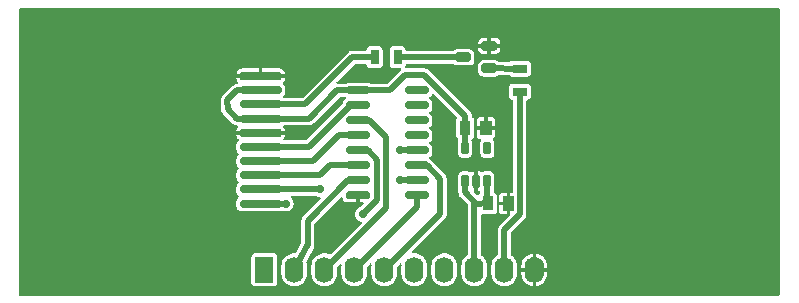
<source format=gbr>
G04 --- HEADER BEGIN --- *
G04 #@! TF.GenerationSoftware,LibrePCB,LibrePCB,1.3.0*
G04 #@! TF.CreationDate,2025-05-07T13:29:34*
G04 #@! TF.ProjectId,2.35" TFT Display Breakout,2d7378a2-86a6-4676-ae60-d25c5b1dbf0f,v1*
G04 #@! TF.Part,Single*
G04 #@! TF.SameCoordinates*
G04 #@! TF.FileFunction,Copper,L1,Top*
G04 #@! TF.FilePolarity,Positive*
%FSLAX66Y66*%
%MOMM*%
G01*
G75*
G04 --- HEADER END --- *
G04 --- APERTURE LIST BEGIN --- *
G04 #@! TA.AperFunction,SMDPad,CuDef*
%AMROUNDEDRECT10*20,1,0.8,-0.45,0.0,0.45,0.0,0.0*20,1,0.4,-0.65,0.0,0.65,0.0,0.0*1,1,0.4,-0.45,0.2*1,1,0.4,0.45,0.2*1,1,0.4,0.45,-0.2*1,1,0.4,-0.45,-0.2*%
%ADD10ROUNDEDRECT10*%
%ADD11R,1.25X0.75*%
%AMROUNDEDRECT12*20,1,0.7,-1.575,0.0,1.575,0.0,0.0*20,1,0.35,-1.75,0.0,1.75,0.0,0.0*1,1,0.35,-1.575,0.175*1,1,0.35,1.575,0.175*1,1,0.35,1.575,-0.175*1,1,0.35,-1.575,-0.175*%
%ADD12ROUNDEDRECT12*%
%ADD13R,0.95X1.25*%
%AMROUNDEDRECT14*20,1,0.6,-0.85,0.0,0.85,0.0,0.0*20,1,0.3,-1.0,0.0,1.0,0.0,0.0*1,1,0.3,-0.85,0.15*1,1,0.3,0.85,0.15*1,1,0.3,0.85,-0.15*1,1,0.3,-0.85,-0.15*%
%ADD14ROUNDEDRECT14*%
%AMROUNDEDRECT15*20,1,0.6,-0.4,0.0,0.4,0.0,90.0*20,1,0.3,-0.55,0.0,0.55,0.0,90.0*1,1,0.3,-0.15,-0.4*1,1,0.3,-0.15,0.4*1,1,0.3,0.15,0.4*1,1,0.3,0.15,-0.4*%
%ADD15ROUNDEDRECT15*%
%ADD16R,0.75X1.25*%
G04 #@! TA.AperFunction,ComponentPad*
%ADD17O,1.587X2.19*%
%ADD18R,1.587X2.19*%
G04 #@! TA.AperFunction,Conductor*
%ADD19C,0.5*%
G04 #@! TA.AperFunction,ViaPad*
%ADD20C,0.7*%
G04 #@! TA.AperFunction,Conductor*
%ADD21C,0.01*%
G04 #@! TD*
G04 --- APERTURE LIST END --- *
G04 --- BOARD BEGIN --- *
D10*
G04 #@! TO.N,GND*
G04 #@! TO.C,Q1*
G04 #@! TO.P,Q1,2,E*
X40100000Y21450000D03*
G04 #@! TO.N,N1*
G04 #@! TO.P,Q1,3,C*
X37900000Y20500000D03*
G04 #@! TO.N,N2*
G04 #@! TO.P,Q1,1,B*
X40100000Y19550000D03*
D11*
G04 #@! TO.N,LED*
G04 #@! TO.C,R2*
G04 #@! TO.P,R2,2,2*
X42700000Y17575000D03*
G04 #@! TO.N,N2*
G04 #@! TO.P,R2,1,1*
X42700000Y19525000D03*
D12*
G04 #@! TO.N,3V3*
G04 #@! TO.C,IC2*
G04 #@! TO.P,IC2,7,VCC*
X20750000Y15300000D03*
G04 #@! TO.N,RST*
G04 #@! TO.P,IC2,4,RES*
X20750000Y11700000D03*
G04 #@! TO.N,LEDK*
G04 #@! TO.P,IC2,8,LEDK*
X20750000Y16500000D03*
G04 #@! TO.N,3V3*
G04 #@! TO.P,IC2,9,LEDA*
X20750000Y17700000D03*
G04 #@! TO.N,GND*
G04 #@! TO.P,IC2,10,GND2*
X20750000Y18900000D03*
G04 #@! TO.N,CS*
G04 #@! TO.P,IC2,5,CS*
X20750000Y12900000D03*
G04 #@! TO.N,SDA*
G04 #@! TO.P,IC2,1,SDA*
X20750000Y8100000D03*
G04 #@! TO.N,DC*
G04 #@! TO.P,IC2,3,D/C*
X20750000Y10500000D03*
G04 #@! TO.N,GND*
G04 #@! TO.P,IC2,6,GND*
X20750000Y14100000D03*
G04 #@! TO.N,SCL*
G04 #@! TO.P,IC2,2,SCL*
X20750000Y9300000D03*
D13*
G04 #@! TO.N,5V*
G04 #@! TO.C,C1*
G04 #@! TO.P,C1,1,1*
X39974000Y8113000D03*
G04 #@! TO.N,GND*
G04 #@! TO.P,C1,2,2*
X41724000Y8113000D03*
D14*
G04 #@! TO.N,RST*
G04 #@! TO.C,U1*
G04 #@! TO.P,U1,4,2Y*
X29000000Y13885000D03*
G04 #@! TO.N,SDA*
G04 #@! TO.P,U1,12,5Y*
X34000000Y12615000D03*
G04 #@! TO.N,DC_5V*
G04 #@! TO.P,U1,7,3A*
X29000000Y10075000D03*
G04 #@! TO.N,GND*
G04 #@! TO.P,U1,8,GND*
X29000000Y8805000D03*
G04 #@! TO.N,N/C*
G04 #@! TO.P,U1,14,6A*
X34000000Y15155000D03*
G04 #@! TO.N,3V3*
G04 #@! TO.P,U1,1,VCC*
X29000000Y17695000D03*
G04 #@! TO.N,CS*
G04 #@! TO.P,U1,2,1Y*
X29000000Y16425000D03*
G04 #@! TO.N,N/C*
G04 #@! TO.P,U1,16*
X34000000Y17695000D03*
G04 #@! TO.N,RST_5V*
G04 #@! TO.P,U1,5,2A*
X29000000Y12615000D03*
G04 #@! TO.N,N/C*
G04 #@! TO.P,U1,15,6Y*
X34000000Y16425000D03*
G04 #@! TO.N,SCL*
G04 #@! TO.P,U1,10,4Y*
X34000000Y10075000D03*
G04 #@! TO.N,N/C*
G04 #@! TO.P,U1,13*
X34000000Y13885000D03*
G04 #@! TO.N,SDA_5V*
G04 #@! TO.P,U1,11,5A*
X34000000Y11345000D03*
G04 #@! TO.N,SCL_5V*
G04 #@! TO.P,U1,9,4A*
X34000000Y8805000D03*
G04 #@! TO.N,DC*
G04 #@! TO.P,U1,6,3Y*
X29000000Y11345000D03*
G04 #@! TO.N,CS_5V*
G04 #@! TO.P,U1,3,1A*
X29000000Y15155000D03*
D15*
G04 #@! TO.N,3V3*
G04 #@! TO.C,IC1*
G04 #@! TO.P,IC1,5,OUT*
X38050000Y12800000D03*
G04 #@! TO.N,5V*
G04 #@! TO.P,IC1,3,EN*
X39950000Y10000000D03*
G04 #@! TO.N,GND*
G04 #@! TO.P,IC1,2,GND*
X39000000Y10000000D03*
G04 #@! TO.N,5V*
G04 #@! TO.P,IC1,1,VIN*
X38050000Y10000000D03*
G04 #@! TO.N,N/C*
G04 #@! TO.P,IC1,4,BP*
X39950000Y12800000D03*
D16*
G04 #@! TO.N,N1*
G04 #@! TO.C,R1*
G04 #@! TO.P,R1,2,2*
X32350000Y20500000D03*
G04 #@! TO.N,LEDK*
G04 #@! TO.P,R1,1,1*
X30400000Y20500000D03*
D13*
G04 #@! TO.N,3V3*
G04 #@! TO.C,C2*
G04 #@! TO.P,C2,1,1*
X38075000Y14500000D03*
G04 #@! TO.N,GND*
G04 #@! TO.P,C2,2,2*
X39825000Y14500000D03*
D17*
G04 #@! TO.N,LED*
G04 #@! TO.C,J1*
G04 #@! TO.P,J1,9,9*
X41390000Y2500000D03*
G04 #@! TO.N,DC_5V*
G04 #@! TO.P,J1,2,2*
X23610000Y2500000D03*
D18*
G04 #@! TO.N,RST_5V*
G04 #@! TO.P,J1,1,1*
X21070000Y2500000D03*
D17*
G04 #@! TO.N,N/C*
G04 #@! TO.P,J1,7,7*
X36310000Y2500000D03*
G04 #@! TO.N,GND*
G04 #@! TO.P,J1,10,10*
X43930000Y2500000D03*
G04 #@! TO.N,5V*
G04 #@! TO.P,J1,8,8*
X38850000Y2500000D03*
G04 #@! TO.N,N/C*
G04 #@! TO.P,J1,6,6*
X33770000Y2500000D03*
G04 #@! TO.N,CS_5V*
G04 #@! TO.P,J1,3,3*
X26150000Y2500000D03*
G04 #@! TO.N,SCL_5V*
G04 #@! TO.P,J1,4,4*
X28690000Y2500000D03*
G04 #@! TO.N,SDA_5V*
G04 #@! TO.P,J1,5,5*
X31230000Y2500000D03*
D19*
G04 #@! TD.C*
G04 #@! TD.P*
G04 #@! TO.N,3V3*
X20750000Y17700000D02*
X20750000Y17700000D01*
X29000000Y17700000D02*
X29000000Y17695000D01*
X20750000Y15300000D02*
X24850000Y15300000D01*
X38075000Y15525000D02*
X34600000Y19000000D01*
X29000000Y17700000D02*
X31700000Y17700000D01*
X20750000Y17700000D02*
X18760000Y17700000D01*
X27250000Y17700000D02*
X29000000Y17700000D01*
X33000000Y19000000D02*
X34600000Y19000000D01*
X31700000Y17700000D02*
X33000000Y19000000D01*
X38050000Y14475000D02*
X38075000Y14500000D01*
X38050000Y12800000D02*
X38050000Y14475000D01*
X18750000Y15300000D02*
X20740000Y15300000D01*
X18760000Y17700000D02*
X17930000Y16870000D01*
X17930000Y16870000D02*
X17950000Y16090000D01*
X20750000Y15300000D02*
X20740000Y15300000D01*
X38075000Y14500000D02*
X38075000Y15525000D01*
X24850000Y15300000D02*
X27250000Y17700000D01*
X17950000Y16090000D02*
X18750000Y15300000D01*
G04 #@! TO.N,LED*
X42700000Y17575000D02*
X42700000Y7200000D01*
X41390000Y2500000D02*
X41390000Y5890000D01*
X41390000Y5890000D02*
X42700000Y7200000D01*
G04 #@! TO.N,N2*
X42700000Y19525000D02*
X40100000Y19550000D01*
G04 #@! TO.N,LEDK*
X30400000Y20500000D02*
X28500000Y20500000D01*
X28500000Y20500000D02*
X24500000Y16500000D01*
X24500000Y16500000D02*
X20750000Y16500000D01*
D20*
G04 #@! TO.N,SDA*
X22900000Y8100000D03*
X32550000Y12600000D03*
D19*
X22900000Y8100000D02*
X20750000Y8100000D01*
X34000000Y12615000D02*
X32550000Y12600000D01*
G04 #@! TO.N,RST*
X25200000Y11700000D02*
X20750000Y11700000D01*
X25200000Y11700000D02*
X27385000Y13885000D01*
X27385000Y13885000D02*
X29000000Y13885000D01*
G04 #@! TO.N,SDA_5V*
X31230000Y2500000D02*
X35950000Y7220000D01*
X35950000Y7220000D02*
X35950000Y10200000D01*
X35950000Y10200000D02*
X34805000Y11345000D01*
X34805000Y11345000D02*
X34000000Y11345000D01*
D20*
G04 #@! TO.N,RST_5V*
X29400000Y7200000D03*
D19*
X30600000Y8400000D02*
X30600000Y11800000D01*
X29400000Y7200000D02*
X30600000Y8400000D01*
X30600000Y11800000D02*
X29835000Y12615000D01*
X29835000Y12615000D02*
X29000000Y12615000D01*
G04 #@! TO.N,N1*
X37900000Y20500000D02*
X32350000Y20500000D01*
G04 #@! TO.N,SCL_5V*
X34000000Y7810000D02*
X34000000Y8805000D01*
X28690000Y2500000D02*
X34000000Y7810000D01*
G04 #@! TO.N,CS_5V*
X29945000Y15155000D02*
X29000000Y15155000D01*
X31400000Y7700000D02*
X31400000Y13750000D01*
X26150000Y2500000D02*
X31400000Y7700000D01*
X31400000Y13750000D02*
X29945000Y15155000D01*
G04 #@! TO.N,DC_5V*
X28175000Y10075000D02*
X29000000Y10075000D01*
X24750000Y6650000D02*
X28175000Y10075000D01*
X24750000Y4640000D02*
X24750000Y6650000D01*
X23610000Y2500000D02*
X24750000Y4640000D01*
D20*
G04 #@! TO.N,SCL*
X25800000Y9300000D03*
X32550000Y10100000D03*
D19*
X33975000Y10100000D02*
X32550000Y10100000D01*
X25800000Y9300000D02*
X20750000Y9300000D01*
X34000000Y10075000D02*
X33975000Y10100000D01*
G04 #@! TO.N,DC*
X25800000Y10500000D02*
X26650000Y11350000D01*
X26650000Y11350000D02*
X29000000Y11345000D01*
X20750000Y10500000D02*
X25800000Y10500000D01*
G04 #@! TO.N,CS*
X28375000Y16425000D02*
X29000000Y16425000D01*
X24850000Y12900000D02*
X28375000Y16425000D01*
X20750000Y12900000D02*
X24850000Y12900000D01*
G04 #@! TO.N,5V*
X39950000Y10000000D02*
X39950000Y8111000D01*
X39974000Y8113000D02*
X39000000Y8100000D01*
X39950000Y8111000D02*
X39974000Y8113000D01*
X38050000Y9050000D02*
X39000000Y8100000D01*
X38850000Y7950000D02*
X39000000Y8100000D01*
X38050000Y10000000D02*
X38050000Y9050000D01*
X38850000Y2500000D02*
X38850000Y7950000D01*
D21*
G04 #@! TA.AperFunction,Conductor*
G04 #@! TO.N,GND*
G36*
X300000Y399999D02*
X319500Y340672D01*
X399999Y300000D01*
X20280431Y300000D01*
X20280431Y1105000D01*
X20272618Y1105615D01*
X20191569Y1118452D01*
X20176782Y1123256D01*
X20107174Y1158723D01*
X20094601Y1167858D01*
X20039358Y1223101D01*
X20030223Y1235674D01*
X19994756Y1305282D01*
X19989952Y1320069D01*
X19977115Y1401118D01*
X19976500Y1408931D01*
X19976500Y3591069D01*
X19977115Y3598882D01*
X19989952Y3679931D01*
X19994756Y3694718D01*
X20030223Y3764326D01*
X20039358Y3776899D01*
X20094601Y3832142D01*
X20107174Y3841277D01*
X20176782Y3876744D01*
X20191569Y3881548D01*
X20272618Y3894385D01*
X20280431Y3895000D01*
X21859569Y3895000D01*
X21867382Y3894385D01*
X21948431Y3881548D01*
X21963218Y3876744D01*
X22032826Y3841277D01*
X22045399Y3832142D01*
X22100642Y3776899D01*
X22109777Y3764326D01*
X22145244Y3694718D01*
X22150048Y3679931D01*
X22162885Y3598882D01*
X22163500Y3591069D01*
X22163500Y1408931D01*
X22162885Y1401118D01*
X22150048Y1320069D01*
X22145244Y1305282D01*
X22109777Y1235674D01*
X22100642Y1223101D01*
X22045399Y1167858D01*
X22032826Y1158723D01*
X21963218Y1123256D01*
X21948431Y1118452D01*
X21867382Y1105615D01*
X21859569Y1105000D01*
X20280431Y1105000D01*
X20280431Y300000D01*
X23513726Y300000D01*
X23513726Y1109665D01*
X23504561Y1110514D01*
X23315301Y1145893D01*
X23306433Y1148417D01*
X23126891Y1217971D01*
X23118661Y1222069D01*
X22954947Y1323436D01*
X22947603Y1328982D01*
X22805316Y1458695D01*
X22799104Y1465508D01*
X22683074Y1619157D01*
X22678226Y1626987D01*
X22592406Y1799337D01*
X22589076Y1807931D01*
X22536384Y1993126D01*
X22534692Y2002175D01*
X22516714Y2196195D01*
X22516500Y2200811D01*
X22516500Y2799189D01*
X22516714Y2803805D01*
X22534692Y2997825D01*
X22536384Y3006874D01*
X22589076Y3192069D01*
X22592406Y3200663D01*
X22678226Y3373013D01*
X22683074Y3380843D01*
X22799104Y3534492D01*
X22805316Y3541305D01*
X22947603Y3671018D01*
X22954947Y3676564D01*
X23118661Y3777931D01*
X23126891Y3782029D01*
X23306433Y3851583D01*
X23315301Y3854107D01*
X23504561Y3889486D01*
X23513726Y3890335D01*
X23667441Y3890335D01*
X23726768Y3909835D01*
X23755698Y3943318D01*
X24188258Y4755317D01*
X24200000Y4802333D01*
X24200000Y6646719D01*
X24200429Y6653256D01*
X24217885Y6785850D01*
X24221249Y6798406D01*
X24271178Y6918945D01*
X24277676Y6930200D01*
X24356933Y7033490D01*
X24361362Y7037871D01*
X24362735Y7040552D01*
X25806213Y8484030D01*
X25834375Y8539769D01*
X25823977Y8601347D01*
X25779073Y8644748D01*
X25735503Y8654739D01*
X25727703Y8654739D01*
X25715774Y8656188D01*
X25575385Y8690790D01*
X25564149Y8695051D01*
X25481276Y8738546D01*
X25434804Y8750000D01*
X23403042Y8750000D01*
X23343715Y8730500D01*
X23307526Y8679605D01*
X23308588Y8617164D01*
X23336730Y8575151D01*
X23382006Y8535040D01*
X23389966Y8526055D01*
X23472112Y8407045D01*
X23477690Y8396417D01*
X23528969Y8261207D01*
X23531841Y8249554D01*
X23549271Y8106004D01*
X23549271Y8093996D01*
X23531841Y7950446D01*
X23528969Y7938793D01*
X23477690Y7803583D01*
X23472112Y7792955D01*
X23389966Y7673945D01*
X23382006Y7664960D01*
X23273770Y7569072D01*
X23263887Y7562249D01*
X23135851Y7495051D01*
X23124615Y7490790D01*
X22984226Y7456188D01*
X22972297Y7454739D01*
X22827703Y7454739D01*
X22815774Y7456188D01*
X22675385Y7490790D01*
X22664146Y7495052D01*
X22640990Y7507206D01*
X22556249Y7511049D01*
X22453992Y7468692D01*
X22441445Y7465330D01*
X22328239Y7450426D01*
X22321730Y7450000D01*
X19178270Y7450000D01*
X19171761Y7450426D01*
X19058555Y7465330D01*
X19046008Y7468692D01*
X18943555Y7511130D01*
X18932300Y7517628D01*
X18844324Y7585134D01*
X18835134Y7594324D01*
X18767628Y7682300D01*
X18761130Y7693555D01*
X18718692Y7796008D01*
X18715330Y7808555D01*
X18700426Y7921761D01*
X18700000Y7928270D01*
X18700000Y8271730D01*
X18700426Y8278239D01*
X18715330Y8391445D01*
X18718692Y8403992D01*
X18761130Y8506445D01*
X18767628Y8517700D01*
X18835134Y8605676D01*
X18844326Y8614868D01*
X18851882Y8620666D01*
X18887078Y8672253D01*
X18884806Y8734661D01*
X18851882Y8779334D01*
X18844326Y8785132D01*
X18835134Y8794324D01*
X18767628Y8882300D01*
X18761130Y8893555D01*
X18718692Y8996008D01*
X18715330Y9008555D01*
X18700426Y9121761D01*
X18700000Y9128270D01*
X18700000Y9471730D01*
X18700426Y9478239D01*
X18715330Y9591445D01*
X18718692Y9603992D01*
X18761130Y9706445D01*
X18767628Y9717700D01*
X18835134Y9805676D01*
X18844326Y9814868D01*
X18851882Y9820666D01*
X18887078Y9872253D01*
X18884806Y9934661D01*
X18851882Y9979334D01*
X18844326Y9985132D01*
X18835134Y9994324D01*
X18767628Y10082300D01*
X18761130Y10093555D01*
X18718692Y10196008D01*
X18715330Y10208555D01*
X18700426Y10321761D01*
X18700000Y10328270D01*
X18700000Y10671730D01*
X18700426Y10678239D01*
X18715330Y10791445D01*
X18718692Y10803992D01*
X18761130Y10906445D01*
X18767628Y10917700D01*
X18835134Y11005676D01*
X18844326Y11014868D01*
X18851882Y11020666D01*
X18887078Y11072253D01*
X18884806Y11134661D01*
X18851882Y11179334D01*
X18844326Y11185132D01*
X18835134Y11194324D01*
X18767628Y11282300D01*
X18761130Y11293555D01*
X18718692Y11396008D01*
X18715330Y11408555D01*
X18700426Y11521761D01*
X18700000Y11528270D01*
X18700000Y11871730D01*
X18700426Y11878239D01*
X18715330Y11991445D01*
X18718692Y12003992D01*
X18761130Y12106445D01*
X18767628Y12117700D01*
X18835134Y12205676D01*
X18844326Y12214868D01*
X18851882Y12220666D01*
X18887078Y12272253D01*
X18884806Y12334661D01*
X18851882Y12379334D01*
X18844326Y12385132D01*
X18835134Y12394324D01*
X18767628Y12482300D01*
X18761130Y12493555D01*
X18718692Y12596008D01*
X18715330Y12608555D01*
X18700426Y12721761D01*
X18700000Y12728270D01*
X18700000Y13071730D01*
X18700426Y13078239D01*
X18715330Y13191445D01*
X18718692Y13203992D01*
X18761130Y13306445D01*
X18767628Y13317700D01*
X18835134Y13405676D01*
X18844326Y13414868D01*
X18851882Y13420666D01*
X18887078Y13472253D01*
X18884806Y13534661D01*
X18851882Y13579334D01*
X18844326Y13585132D01*
X18835134Y13594324D01*
X18767628Y13682300D01*
X18761130Y13693555D01*
X18718692Y13796008D01*
X18715330Y13808555D01*
X18700426Y13921761D01*
X18700000Y13928270D01*
X18700000Y13933982D01*
X18701566Y13938747D01*
X18723828Y13949995D01*
X19000000Y13949995D01*
X19000000Y13925000D01*
X19013321Y13858030D01*
X19051256Y13801256D01*
X19108030Y13763321D01*
X19175000Y13750000D01*
X22325000Y13750000D01*
X22391970Y13763321D01*
X22448744Y13801256D01*
X22486679Y13858030D01*
X22500000Y13925000D01*
X22500000Y13949995D01*
X22783987Y13949995D01*
X22788752Y13948429D01*
X22799878Y13926408D01*
X22799574Y13921761D01*
X22784670Y13808555D01*
X22781308Y13796008D01*
X22738870Y13693555D01*
X22732372Y13682300D01*
X22677565Y13610874D01*
X22656920Y13551936D01*
X22675267Y13492242D01*
X22725451Y13455074D01*
X22756900Y13450000D01*
X24580762Y13450000D01*
X24651472Y13479289D01*
X27670711Y16498528D01*
X27699682Y16568470D01*
X27699786Y16568463D01*
X27699806Y16568770D01*
X27700000Y16569238D01*
X27700000Y16571730D01*
X27700426Y16578239D01*
X27714478Y16684977D01*
X27717839Y16697519D01*
X27757781Y16793946D01*
X27764279Y16805200D01*
X27827812Y16887998D01*
X27837002Y16897188D01*
X27919800Y16960721D01*
X27924440Y16963400D01*
X27966068Y17009952D01*
X27971960Y17072123D01*
X27939819Y17125666D01*
X27874439Y17150000D01*
X27519239Y17150000D01*
X27448529Y17120711D01*
X25241222Y14913404D01*
X25236313Y14909099D01*
X25130200Y14827676D01*
X25118946Y14821178D01*
X24998401Y14771246D01*
X24985859Y14767885D01*
X24853239Y14750426D01*
X24846730Y14750000D01*
X22756900Y14750000D01*
X22697573Y14730500D01*
X22661384Y14679605D01*
X22662446Y14617164D01*
X22677565Y14589126D01*
X22732372Y14517700D01*
X22738870Y14506445D01*
X22781308Y14403992D01*
X22784670Y14391445D01*
X22799574Y14278239D01*
X22800000Y14271730D01*
X22800000Y14266018D01*
X22798434Y14261253D01*
X22776172Y14250005D01*
X22500000Y14250005D01*
X22500000Y14275000D01*
X22486679Y14341970D01*
X22448744Y14398744D01*
X22391970Y14436679D01*
X22325000Y14450000D01*
X19175000Y14450000D01*
X19108030Y14436679D01*
X19051256Y14398744D01*
X19013321Y14341970D01*
X19000000Y14275000D01*
X19000000Y14250005D01*
X18716013Y14250005D01*
X18711248Y14251571D01*
X18700122Y14273592D01*
X18700426Y14278239D01*
X18715330Y14391445D01*
X18718692Y14403992D01*
X18761130Y14506445D01*
X18767628Y14517700D01*
X18822765Y14589556D01*
X18843410Y14648494D01*
X18825063Y14708188D01*
X18749973Y14750216D01*
X18746745Y14750428D01*
X18680842Y14759104D01*
X18680218Y14759185D01*
X18617148Y14767085D01*
X18609956Y14769011D01*
X18609380Y14769163D01*
X18601929Y14771111D01*
X18543332Y14795382D01*
X18542751Y14795621D01*
X18483736Y14819632D01*
X18477224Y14823391D01*
X18476695Y14823695D01*
X18470084Y14827457D01*
X18419532Y14866247D01*
X18419032Y14866628D01*
X18366154Y14906677D01*
X18361216Y14910953D01*
X17565875Y15696352D01*
X17561537Y15701236D01*
X17523304Y15750418D01*
X17522103Y15751932D01*
X17485015Y15797784D01*
X17482489Y15801911D01*
X17481473Y15803380D01*
X17479341Y15807020D01*
X17478348Y15808677D01*
X17476144Y15812278D01*
X17475323Y15813878D01*
X17472877Y15818053D01*
X17449965Y15872397D01*
X17449197Y15874171D01*
X17425227Y15928088D01*
X17423856Y15932727D01*
X17423246Y15934433D01*
X17422130Y15938497D01*
X17421601Y15940351D01*
X17420415Y15944364D01*
X17420034Y15946131D01*
X17418750Y15950805D01*
X17410685Y16009226D01*
X17410402Y16011139D01*
X17400691Y16072667D01*
X17400097Y16079172D01*
X17380265Y16852627D01*
X17380655Y16862427D01*
X17380587Y16862430D01*
X17380856Y16867557D01*
X17380857Y16876501D01*
X17388285Y16932923D01*
X17388588Y16935469D01*
X17394579Y16992169D01*
X17396671Y17000863D01*
X17396947Y17002352D01*
X17397416Y17004101D01*
X17398048Y17006586D01*
X17398467Y17008328D01*
X17398931Y17009755D01*
X17401250Y17018406D01*
X17423047Y17071029D01*
X17423997Y17073409D01*
X17444441Y17126579D01*
X17448716Y17134443D01*
X17449360Y17135794D01*
X17450256Y17137345D01*
X17451507Y17139579D01*
X17452380Y17141184D01*
X17453210Y17142462D01*
X17457678Y17150201D01*
X17492340Y17195374D01*
X17493874Y17197427D01*
X17527397Y17243514D01*
X17533558Y17250000D01*
X17536890Y17253899D01*
X17536943Y17253853D01*
X17543407Y17261224D01*
X18370172Y18087989D01*
X18372129Y18088638D01*
X18376510Y18093067D01*
X18479800Y18172324D01*
X18491055Y18178822D01*
X18568440Y18210876D01*
X18611594Y18228751D01*
X18624147Y18232114D01*
X18757102Y18249619D01*
X18813376Y18276696D01*
X18842613Y18331879D01*
X18823384Y18409637D01*
X18767628Y18482300D01*
X18761130Y18493555D01*
X18718692Y18596008D01*
X18715330Y18608555D01*
X18700426Y18721761D01*
X18700000Y18728270D01*
X18700000Y18733982D01*
X18701566Y18738747D01*
X18716013Y18746046D01*
X18716013Y19050005D01*
X18711248Y19051571D01*
X18700122Y19073592D01*
X18700426Y19078239D01*
X18715330Y19191445D01*
X18718692Y19203992D01*
X18761130Y19306445D01*
X18767628Y19317700D01*
X18835134Y19405676D01*
X18844324Y19414866D01*
X18932300Y19482372D01*
X18943555Y19488870D01*
X19046008Y19531308D01*
X19058555Y19534670D01*
X19171761Y19549574D01*
X19178270Y19550000D01*
X20583982Y19550000D01*
X20588747Y19548434D01*
X20599995Y19526172D01*
X20599995Y19250000D01*
X19175000Y19250000D01*
X19108030Y19236679D01*
X19051256Y19198744D01*
X19013321Y19141970D01*
X19000000Y19075000D01*
X19000000Y19050005D01*
X18716013Y19050005D01*
X18716013Y18746046D01*
X18723828Y18749995D01*
X19000000Y18749995D01*
X19000000Y18725000D01*
X19013321Y18658030D01*
X19051256Y18601256D01*
X19108030Y18563321D01*
X19175000Y18550000D01*
X22325000Y18550000D01*
X22391970Y18563321D01*
X22448744Y18601256D01*
X22486679Y18658030D01*
X22500000Y18725000D01*
X22500000Y18749995D01*
X22500000Y19050005D01*
X22500000Y19075000D01*
X22486679Y19141970D01*
X22448744Y19198744D01*
X22391970Y19236679D01*
X22325000Y19250000D01*
X20900005Y19250000D01*
X20900005Y19533987D01*
X20901571Y19538752D01*
X20923833Y19550000D01*
X22321730Y19550000D01*
X22328239Y19549574D01*
X22441445Y19534670D01*
X22453992Y19531308D01*
X22556445Y19488870D01*
X22567700Y19482372D01*
X22655676Y19414866D01*
X22664866Y19405676D01*
X22732372Y19317700D01*
X22738870Y19306445D01*
X22781308Y19203992D01*
X22784670Y19191445D01*
X22799574Y19078239D01*
X22800000Y19071730D01*
X22800000Y19066018D01*
X22798434Y19061253D01*
X22776172Y19050005D01*
X22500000Y19050005D01*
X22500000Y18749995D01*
X22783987Y18749995D01*
X22788752Y18748429D01*
X22799878Y18726408D01*
X22799574Y18721761D01*
X22784670Y18608555D01*
X22781308Y18596008D01*
X22738870Y18493555D01*
X22732372Y18482300D01*
X22664866Y18394324D01*
X22655674Y18385132D01*
X22648118Y18379334D01*
X22612922Y18327747D01*
X22615194Y18265339D01*
X22648118Y18220666D01*
X22655674Y18214868D01*
X22664866Y18205676D01*
X22732372Y18117700D01*
X22738870Y18106445D01*
X22781308Y18003992D01*
X22784670Y17991445D01*
X22799574Y17878239D01*
X22800000Y17871730D01*
X22800000Y17528270D01*
X22799574Y17521761D01*
X22784670Y17408555D01*
X22781308Y17396008D01*
X22738870Y17293555D01*
X22732372Y17282300D01*
X22677565Y17210874D01*
X22656920Y17151936D01*
X22675267Y17092242D01*
X22725451Y17055074D01*
X22756900Y17050000D01*
X24230761Y17050000D01*
X24301471Y17079289D01*
X28108778Y20886596D01*
X28113687Y20890901D01*
X28219800Y20972324D01*
X28231054Y20978822D01*
X28351599Y21028754D01*
X28364141Y21032115D01*
X28496761Y21049574D01*
X28503270Y21050000D01*
X29627714Y21050000D01*
X29687041Y21069500D01*
X29726482Y21134356D01*
X29738452Y21209931D01*
X29743256Y21224718D01*
X29778723Y21294326D01*
X29787858Y21306899D01*
X29843101Y21362142D01*
X29855674Y21371277D01*
X29925282Y21406744D01*
X29940069Y21411548D01*
X30021118Y21424385D01*
X30028931Y21425000D01*
X30771069Y21425000D01*
X30778882Y21424385D01*
X30859931Y21411548D01*
X30874718Y21406744D01*
X30944326Y21371277D01*
X30956899Y21362142D01*
X31012142Y21306899D01*
X31021277Y21294326D01*
X31056744Y21224718D01*
X31061548Y21209931D01*
X31074385Y21128882D01*
X31075000Y21121069D01*
X31075000Y19878931D01*
X31074385Y19871118D01*
X31061548Y19790069D01*
X31056744Y19775282D01*
X31021277Y19705674D01*
X31012142Y19693101D01*
X30956899Y19637858D01*
X30944326Y19628723D01*
X30874718Y19593256D01*
X30859931Y19588452D01*
X30778882Y19575615D01*
X30771069Y19575000D01*
X30028931Y19575000D01*
X30021118Y19575615D01*
X29940069Y19588452D01*
X29925282Y19593256D01*
X29855674Y19628723D01*
X29843101Y19637858D01*
X29787858Y19693101D01*
X29778723Y19705674D01*
X29743256Y19775282D01*
X29738452Y19790069D01*
X29726482Y19865644D01*
X29697941Y19921190D01*
X29627714Y19950000D01*
X28769239Y19950000D01*
X28698529Y19920711D01*
X27198527Y18420709D01*
X27170365Y18364970D01*
X27180763Y18303392D01*
X27225667Y18259991D01*
X27269237Y18250000D01*
X27942018Y18250000D01*
X27980287Y18257612D01*
X28027482Y18277161D01*
X28040023Y18280522D01*
X28146761Y18294574D01*
X28153270Y18295000D01*
X29846730Y18295000D01*
X29853239Y18294574D01*
X29959977Y18280522D01*
X29972518Y18277161D01*
X30019713Y18257612D01*
X30057982Y18250000D01*
X31430762Y18250000D01*
X31501472Y18279289D01*
X32610172Y19387989D01*
X32612129Y19388638D01*
X32616510Y19393067D01*
X32619897Y19395666D01*
X32655094Y19447252D01*
X32652822Y19509661D01*
X32613968Y19558552D01*
X32559022Y19575000D01*
X31978931Y19575000D01*
X31971118Y19575615D01*
X31890069Y19588452D01*
X31875282Y19593256D01*
X31805674Y19628723D01*
X31793101Y19637858D01*
X31737858Y19693101D01*
X31728723Y19705674D01*
X31693256Y19775282D01*
X31688452Y19790069D01*
X31675615Y19871118D01*
X31675000Y19878931D01*
X31675000Y21121069D01*
X31675615Y21128882D01*
X31688452Y21209931D01*
X31693256Y21224718D01*
X31728723Y21294326D01*
X31737858Y21306899D01*
X31793101Y21362142D01*
X31805674Y21371277D01*
X31875282Y21406744D01*
X31890069Y21411548D01*
X31971118Y21424385D01*
X31978931Y21425000D01*
X32721069Y21425000D01*
X32728882Y21424385D01*
X32809931Y21411548D01*
X32824718Y21406744D01*
X32894326Y21371277D01*
X32906899Y21362142D01*
X32962142Y21306899D01*
X32971277Y21294326D01*
X33006744Y21224718D01*
X33011548Y21209931D01*
X33023518Y21134356D01*
X33052059Y21078810D01*
X33122286Y21050000D01*
X37057872Y21050000D01*
X37118748Y21070665D01*
X37194801Y21129024D01*
X37206053Y21135520D01*
X37314537Y21180456D01*
X37327084Y21183818D01*
X37446761Y21199574D01*
X37453270Y21200000D01*
X38346730Y21200000D01*
X38353239Y21199574D01*
X38472916Y21183818D01*
X38485463Y21180456D01*
X38593947Y21135520D01*
X38605199Y21129024D01*
X38698352Y21057544D01*
X38707544Y21048352D01*
X38779024Y20955199D01*
X38785520Y20943947D01*
X38830456Y20835463D01*
X38833818Y20822916D01*
X38849574Y20703239D01*
X38850000Y20696730D01*
X38850000Y20303270D01*
X38849574Y20296761D01*
X38833818Y20177084D01*
X38830456Y20164537D01*
X38785520Y20056053D01*
X38779024Y20044801D01*
X38707544Y19951648D01*
X38698352Y19942456D01*
X38605199Y19870976D01*
X38593947Y19864480D01*
X38485463Y19819544D01*
X38472916Y19816182D01*
X38353239Y19800426D01*
X38346730Y19800000D01*
X37453270Y19800000D01*
X37446761Y19800426D01*
X37327084Y19816182D01*
X37314537Y19819544D01*
X37206053Y19864480D01*
X37194801Y19870976D01*
X37118748Y19929335D01*
X37057872Y19950000D01*
X33122286Y19950000D01*
X33062959Y19930500D01*
X33023518Y19865644D01*
X33011548Y19790069D01*
X33006744Y19775282D01*
X32967705Y19698664D01*
X32969921Y19697535D01*
X32954434Y19649326D01*
X32974333Y19590132D01*
X33054431Y19550000D01*
X34596730Y19550000D01*
X34603239Y19549574D01*
X34735859Y19532115D01*
X34748401Y19528754D01*
X34868946Y19478822D01*
X34880200Y19472324D01*
X34986313Y19390901D01*
X34991222Y19386596D01*
X38461596Y15916222D01*
X38465901Y15911313D01*
X38547324Y15805200D01*
X38553822Y15793946D01*
X38603754Y15673401D01*
X38607115Y15660859D01*
X38624574Y15528239D01*
X38625000Y15521730D01*
X38625000Y15480618D01*
X38644500Y15421291D01*
X38679600Y15391518D01*
X38719328Y15371275D01*
X38731899Y15362142D01*
X38787142Y15306899D01*
X38796277Y15294326D01*
X38831744Y15224718D01*
X38836548Y15209931D01*
X38849385Y15128882D01*
X38850000Y15121069D01*
X38850000Y13878931D01*
X38849385Y13871118D01*
X38836548Y13790069D01*
X38831744Y13775282D01*
X38796277Y13705674D01*
X38787142Y13693101D01*
X38731899Y13637858D01*
X38719328Y13628725D01*
X38654600Y13595744D01*
X38610592Y13551435D01*
X38600000Y13506644D01*
X38600000Y13420053D01*
X38607612Y13381784D01*
X38632161Y13322518D01*
X38635522Y13309977D01*
X38649574Y13203239D01*
X38650000Y13196730D01*
X38650000Y12403270D01*
X38649574Y12396761D01*
X38635522Y12290023D01*
X38632161Y12277481D01*
X38592219Y12181054D01*
X38585721Y12169800D01*
X38522188Y12087002D01*
X38512998Y12077812D01*
X38430200Y12014279D01*
X38418946Y12007781D01*
X38322519Y11967839D01*
X38309977Y11964478D01*
X38203239Y11950426D01*
X38196730Y11950000D01*
X37903270Y11950000D01*
X37896761Y11950426D01*
X37790023Y11964478D01*
X37777481Y11967839D01*
X37681054Y12007781D01*
X37669800Y12014279D01*
X37587002Y12077812D01*
X37577812Y12087002D01*
X37514279Y12169800D01*
X37507781Y12181054D01*
X37467839Y12277481D01*
X37464478Y12290023D01*
X37450426Y12396761D01*
X37450000Y12403270D01*
X37450000Y13196730D01*
X37450426Y13203239D01*
X37464478Y13309977D01*
X37467839Y13322518D01*
X37492388Y13381784D01*
X37500000Y13420053D01*
X37500000Y13532121D01*
X37480500Y13591448D01*
X37445398Y13621222D01*
X37430671Y13628725D01*
X37418101Y13637858D01*
X37362858Y13693101D01*
X37353723Y13705674D01*
X37318256Y13775282D01*
X37313452Y13790069D01*
X37300615Y13871118D01*
X37300000Y13878931D01*
X37300000Y15121069D01*
X37300615Y15128882D01*
X37313452Y15209931D01*
X37318256Y15224718D01*
X37353723Y15294326D01*
X37362858Y15306899D01*
X37368361Y15312402D01*
X37396523Y15368141D01*
X37368361Y15453822D01*
X35422413Y17399769D01*
X35366674Y17427931D01*
X35305096Y17417533D01*
X35259317Y17367329D01*
X35242221Y17326058D01*
X35235721Y17314800D01*
X35172188Y17232002D01*
X35162998Y17222812D01*
X35080200Y17159279D01*
X35068944Y17152780D01*
X35067995Y17152387D01*
X35067447Y17151916D01*
X35063268Y17149503D01*
X35063724Y17148714D01*
X35020646Y17111668D01*
X35006688Y17050798D01*
X35031565Y16993517D01*
X35063463Y16970835D01*
X35063268Y16970497D01*
X35066837Y16968436D01*
X35067995Y16967613D01*
X35068944Y16967220D01*
X35080200Y16960721D01*
X35162998Y16897188D01*
X35172188Y16887998D01*
X35235721Y16805200D01*
X35242219Y16793946D01*
X35282161Y16697519D01*
X35285522Y16684977D01*
X35299574Y16578239D01*
X35300000Y16571730D01*
X35300000Y16278270D01*
X35299574Y16271761D01*
X35285522Y16165023D01*
X35282161Y16152481D01*
X35242219Y16056054D01*
X35235721Y16044800D01*
X35172188Y15962002D01*
X35162998Y15952812D01*
X35080200Y15889279D01*
X35068944Y15882780D01*
X35067995Y15882387D01*
X35067447Y15881916D01*
X35063268Y15879503D01*
X35063724Y15878714D01*
X35020646Y15841668D01*
X35006688Y15780798D01*
X35031565Y15723517D01*
X35063463Y15700835D01*
X35063268Y15700497D01*
X35066837Y15698436D01*
X35067995Y15697613D01*
X35068944Y15697220D01*
X35080200Y15690721D01*
X35162998Y15627188D01*
X35172188Y15617998D01*
X35235721Y15535200D01*
X35242219Y15523946D01*
X35282161Y15427519D01*
X35285522Y15414977D01*
X35299574Y15308239D01*
X35300000Y15301730D01*
X35300000Y15008270D01*
X35299574Y15001761D01*
X35285522Y14895023D01*
X35282161Y14882481D01*
X35242219Y14786054D01*
X35235721Y14774800D01*
X35172188Y14692002D01*
X35162998Y14682812D01*
X35080200Y14619279D01*
X35068944Y14612780D01*
X35067995Y14612387D01*
X35067447Y14611916D01*
X35063268Y14609503D01*
X35063724Y14608714D01*
X35020646Y14571668D01*
X35006688Y14510798D01*
X35031565Y14453517D01*
X35063463Y14430835D01*
X35063268Y14430497D01*
X35066837Y14428436D01*
X35067995Y14427613D01*
X35068944Y14427220D01*
X35080200Y14420721D01*
X35162998Y14357188D01*
X35172188Y14347998D01*
X35235721Y14265200D01*
X35242219Y14253946D01*
X35282161Y14157519D01*
X35285522Y14144977D01*
X35299574Y14038239D01*
X35300000Y14031730D01*
X35300000Y13738270D01*
X35299574Y13731761D01*
X35285522Y13625023D01*
X35282161Y13612481D01*
X35242219Y13516054D01*
X35235721Y13504800D01*
X35172188Y13422002D01*
X35162998Y13412812D01*
X35080200Y13349279D01*
X35068944Y13342780D01*
X35067995Y13342387D01*
X35067447Y13341916D01*
X35063268Y13339503D01*
X35063724Y13338714D01*
X35020646Y13301668D01*
X35006688Y13240798D01*
X35031565Y13183517D01*
X35063463Y13160835D01*
X35063268Y13160497D01*
X35066837Y13158436D01*
X35067995Y13157613D01*
X35068944Y13157220D01*
X35080200Y13150721D01*
X35162998Y13087188D01*
X35172188Y13077998D01*
X35235721Y12995200D01*
X35242219Y12983946D01*
X35282161Y12887519D01*
X35285522Y12874977D01*
X35299574Y12768239D01*
X35300000Y12761730D01*
X35300000Y12468270D01*
X35299574Y12461761D01*
X35285522Y12355023D01*
X35282161Y12342481D01*
X35242219Y12246054D01*
X35235721Y12234800D01*
X35172188Y12152002D01*
X35162998Y12142812D01*
X35080200Y12079279D01*
X35068944Y12072780D01*
X35067995Y12072387D01*
X35067447Y12071916D01*
X35063268Y12069503D01*
X35063724Y12068714D01*
X35020646Y12031668D01*
X35006688Y11970798D01*
X35031565Y11913517D01*
X35063463Y11890835D01*
X35063268Y11890497D01*
X35066837Y11888436D01*
X35067995Y11887613D01*
X35068944Y11887220D01*
X35080200Y11880721D01*
X35162998Y11817188D01*
X35172188Y11807998D01*
X35235721Y11725200D01*
X35242219Y11713946D01*
X35254652Y11683930D01*
X35276329Y11651489D01*
X36336596Y10591222D01*
X36340901Y10586313D01*
X36422324Y10480200D01*
X36428822Y10468946D01*
X36478754Y10348401D01*
X36482115Y10335859D01*
X36499574Y10203239D01*
X36500000Y10196730D01*
X36500000Y7223270D01*
X36499574Y7216761D01*
X36493252Y7168741D01*
X36482115Y7084141D01*
X36478754Y7071599D01*
X36428822Y6951054D01*
X36422324Y6939800D01*
X36340901Y6833687D01*
X36336596Y6828778D01*
X33564202Y4056384D01*
X33536040Y4000645D01*
X33546438Y3939067D01*
X33591342Y3895666D01*
X33653287Y3887378D01*
X33664562Y3889486D01*
X33673726Y3890335D01*
X33866274Y3890335D01*
X33875439Y3889486D01*
X34064699Y3854107D01*
X34073567Y3851583D01*
X34253109Y3782029D01*
X34261339Y3777931D01*
X34425053Y3676564D01*
X34432397Y3671018D01*
X34574684Y3541305D01*
X34580896Y3534492D01*
X34696926Y3380843D01*
X34701774Y3373013D01*
X34787594Y3200663D01*
X34790924Y3192069D01*
X34843616Y3006874D01*
X34845308Y2997825D01*
X34863286Y2803805D01*
X34863500Y2799189D01*
X34863500Y2200811D01*
X34863286Y2196195D01*
X34845308Y2002175D01*
X34843616Y1993126D01*
X34790924Y1807931D01*
X34787594Y1799337D01*
X34701774Y1626987D01*
X34696926Y1619157D01*
X34580896Y1465508D01*
X34574684Y1458695D01*
X34432397Y1328982D01*
X34425053Y1323436D01*
X34261339Y1222069D01*
X34253109Y1217971D01*
X34073567Y1148417D01*
X34064699Y1145893D01*
X33875439Y1110514D01*
X33866274Y1109665D01*
X33673726Y1109665D01*
X33664561Y1110514D01*
X33475301Y1145893D01*
X33466433Y1148417D01*
X33286891Y1217971D01*
X33278661Y1222069D01*
X33114947Y1323436D01*
X33107603Y1328982D01*
X32965316Y1458695D01*
X32959104Y1465508D01*
X32843074Y1619157D01*
X32838226Y1626987D01*
X32752406Y1799337D01*
X32749076Y1807931D01*
X32696384Y1993126D01*
X32694692Y2002175D01*
X32676714Y2196195D01*
X32676500Y2200811D01*
X32676500Y2799189D01*
X32676714Y2803805D01*
X32688445Y2930408D01*
X32674503Y2991282D01*
X32627164Y3032013D01*
X32564892Y3036716D01*
X32518163Y3010345D01*
X32352789Y2844971D01*
X32323500Y2774261D01*
X32323500Y2200811D01*
X32323286Y2196195D01*
X32305308Y2002175D01*
X32303616Y1993126D01*
X32250924Y1807931D01*
X32247594Y1799337D01*
X32161774Y1626987D01*
X32156926Y1619157D01*
X32040896Y1465508D01*
X32034684Y1458695D01*
X31892397Y1328982D01*
X31885053Y1323436D01*
X31721339Y1222069D01*
X31713109Y1217971D01*
X31533567Y1148417D01*
X31524699Y1145893D01*
X31335439Y1110514D01*
X31326274Y1109665D01*
X31133726Y1109665D01*
X31124561Y1110514D01*
X30935301Y1145893D01*
X30926433Y1148417D01*
X30746891Y1217971D01*
X30738661Y1222069D01*
X30574947Y1323436D01*
X30567603Y1328982D01*
X30425316Y1458695D01*
X30419104Y1465508D01*
X30303074Y1619157D01*
X30298226Y1626987D01*
X30212406Y1799337D01*
X30209076Y1807931D01*
X30156384Y1993126D01*
X30154692Y2002175D01*
X30136714Y2196195D01*
X30136500Y2200811D01*
X30136500Y2799189D01*
X30136714Y2803805D01*
X30148445Y2930408D01*
X30134503Y2991282D01*
X30087164Y3032013D01*
X30024892Y3036716D01*
X29978163Y3010345D01*
X29812789Y2844971D01*
X29783500Y2774261D01*
X29783500Y2200811D01*
X29783286Y2196195D01*
X29765308Y2002175D01*
X29763616Y1993126D01*
X29710924Y1807931D01*
X29707594Y1799337D01*
X29621774Y1626987D01*
X29616926Y1619157D01*
X29500896Y1465508D01*
X29494684Y1458695D01*
X29352397Y1328982D01*
X29345053Y1323436D01*
X29181339Y1222069D01*
X29173109Y1217971D01*
X28993567Y1148417D01*
X28984699Y1145893D01*
X28795439Y1110514D01*
X28786274Y1109665D01*
X28593726Y1109665D01*
X28584561Y1110514D01*
X28395301Y1145893D01*
X28386433Y1148417D01*
X28206891Y1217971D01*
X28198661Y1222069D01*
X28034947Y1323436D01*
X28027603Y1328982D01*
X27885316Y1458695D01*
X27879104Y1465508D01*
X27763074Y1619157D01*
X27758226Y1626987D01*
X27672406Y1799337D01*
X27669076Y1807931D01*
X27616384Y1993126D01*
X27614692Y2002175D01*
X27596714Y2196195D01*
X27596500Y2200811D01*
X27596500Y2799189D01*
X27596714Y2803805D01*
X27607570Y2920966D01*
X27593628Y2981840D01*
X27546289Y3022571D01*
X27484017Y3027274D01*
X27437627Y3001241D01*
X27273128Y2838309D01*
X27243500Y2767261D01*
X27243500Y2200811D01*
X27243286Y2196195D01*
X27225308Y2002175D01*
X27223616Y1993126D01*
X27170924Y1807931D01*
X27167594Y1799337D01*
X27081774Y1626987D01*
X27076926Y1619157D01*
X26960896Y1465508D01*
X26954684Y1458695D01*
X26812397Y1328982D01*
X26805053Y1323436D01*
X26641339Y1222069D01*
X26633109Y1217971D01*
X26453567Y1148417D01*
X26444699Y1145893D01*
X26255439Y1110514D01*
X26246274Y1109665D01*
X26053726Y1109665D01*
X26044561Y1110514D01*
X25855301Y1145893D01*
X25846433Y1148417D01*
X25666891Y1217971D01*
X25658661Y1222069D01*
X25494947Y1323436D01*
X25487603Y1328982D01*
X25345316Y1458695D01*
X25339104Y1465508D01*
X25223074Y1619157D01*
X25218226Y1626987D01*
X25132406Y1799337D01*
X25129076Y1807931D01*
X25076384Y1993126D01*
X25074692Y2002175D01*
X25056714Y2196195D01*
X25056500Y2200811D01*
X25056500Y2799189D01*
X25056714Y2803805D01*
X25074692Y2997825D01*
X25076384Y3006874D01*
X25129076Y3192069D01*
X25132406Y3200663D01*
X25218226Y3373013D01*
X25223074Y3380843D01*
X25339104Y3534492D01*
X25345316Y3541305D01*
X25487603Y3671018D01*
X25494947Y3676564D01*
X25658661Y3777931D01*
X25666891Y3782029D01*
X25846433Y3851583D01*
X25855301Y3854107D01*
X26044561Y3889486D01*
X26053726Y3890335D01*
X26246274Y3890335D01*
X26255439Y3889486D01*
X26444699Y3854107D01*
X26453562Y3851585D01*
X26594005Y3797178D01*
X26656370Y3793931D01*
X26700499Y3819378D01*
X29307486Y6401537D01*
X29335914Y6457140D01*
X29325811Y6518767D01*
X29261046Y6569677D01*
X29175385Y6590790D01*
X29164149Y6595051D01*
X29036113Y6662249D01*
X29026230Y6669072D01*
X28917994Y6764960D01*
X28910034Y6773945D01*
X28827888Y6892955D01*
X28822310Y6903583D01*
X28771031Y7038793D01*
X28768159Y7050446D01*
X28750729Y7193996D01*
X28750729Y7206004D01*
X28768159Y7349554D01*
X28771031Y7361207D01*
X28822310Y7496417D01*
X28827888Y7507045D01*
X28910034Y7626055D01*
X28917994Y7635040D01*
X29026230Y7730928D01*
X29036113Y7737751D01*
X29164154Y7804951D01*
X29175379Y7809208D01*
X29222646Y7820859D01*
X29269424Y7847242D01*
X29456473Y8034291D01*
X29484635Y8090030D01*
X29474237Y8151608D01*
X29429333Y8195009D01*
X29385763Y8205000D01*
X29166018Y8205000D01*
X29161253Y8206566D01*
X29150005Y8228828D01*
X29150005Y8505000D01*
X29850000Y8505000D01*
X29907403Y8516418D01*
X29956066Y8548934D01*
X29988582Y8597597D01*
X30000000Y8655000D01*
X30000000Y8955000D01*
X29988582Y9012403D01*
X29956066Y9061066D01*
X29907403Y9093582D01*
X29850000Y9105000D01*
X28150000Y9105000D01*
X28092597Y9093582D01*
X28043934Y9061066D01*
X28011418Y9012403D01*
X28000000Y8955000D01*
X28000000Y8655000D01*
X28011418Y8597597D01*
X28043934Y8548934D01*
X28092597Y8516418D01*
X28150000Y8505000D01*
X28849995Y8505000D01*
X28849995Y8221013D01*
X28848429Y8216248D01*
X28826167Y8205000D01*
X28153270Y8205000D01*
X28146761Y8205426D01*
X28040023Y8219478D01*
X28027481Y8222839D01*
X27931054Y8262781D01*
X27919800Y8269279D01*
X27837002Y8332812D01*
X27827812Y8342002D01*
X27764279Y8424800D01*
X27757781Y8436054D01*
X27717839Y8532481D01*
X27714477Y8545029D01*
X27707017Y8601690D01*
X27679940Y8657964D01*
X27624757Y8687200D01*
X27562990Y8677997D01*
X27537164Y8659347D01*
X25329289Y6451472D01*
X25300000Y6380762D01*
X25300000Y4643281D01*
X25299571Y4636744D01*
X25292069Y4579760D01*
X25291681Y4576369D01*
X25286440Y4522380D01*
X25283074Y4507852D01*
X25282952Y4507176D01*
X25282823Y4506662D01*
X25282608Y4505991D01*
X25278751Y4491596D01*
X25258004Y4441510D01*
X25256752Y4438333D01*
X25236574Y4384490D01*
X25233877Y4378516D01*
X24639761Y3263245D01*
X24631836Y3188863D01*
X24683616Y3006874D01*
X24685308Y2997825D01*
X24703286Y2803805D01*
X24703500Y2799189D01*
X24703500Y2200811D01*
X24703286Y2196195D01*
X24685308Y2002175D01*
X24683616Y1993126D01*
X24630924Y1807931D01*
X24627594Y1799337D01*
X24541774Y1626987D01*
X24536926Y1619157D01*
X24420896Y1465508D01*
X24414684Y1458695D01*
X24272397Y1328982D01*
X24265053Y1323436D01*
X24101339Y1222069D01*
X24093109Y1217971D01*
X23913567Y1148417D01*
X23904699Y1145893D01*
X23715439Y1110514D01*
X23706274Y1109665D01*
X23513726Y1109665D01*
X23513726Y300000D01*
X36213726Y300000D01*
X36213726Y1109665D01*
X36204561Y1110514D01*
X36015301Y1145893D01*
X36006433Y1148417D01*
X35826891Y1217971D01*
X35818661Y1222069D01*
X35654947Y1323436D01*
X35647603Y1328982D01*
X35505316Y1458695D01*
X35499104Y1465508D01*
X35383074Y1619157D01*
X35378226Y1626987D01*
X35292406Y1799337D01*
X35289076Y1807931D01*
X35236384Y1993126D01*
X35234692Y2002175D01*
X35216714Y2196195D01*
X35216500Y2200811D01*
X35216500Y2799189D01*
X35216714Y2803805D01*
X35234692Y2997825D01*
X35236384Y3006874D01*
X35289076Y3192069D01*
X35292406Y3200663D01*
X35378226Y3373013D01*
X35383074Y3380843D01*
X35499104Y3534492D01*
X35505316Y3541305D01*
X35647603Y3671018D01*
X35654947Y3676564D01*
X35818661Y3777931D01*
X35826891Y3782029D01*
X36006433Y3851583D01*
X36015301Y3854107D01*
X36204561Y3889486D01*
X36213726Y3890335D01*
X36406274Y3890335D01*
X36415439Y3889486D01*
X36604699Y3854107D01*
X36613567Y3851583D01*
X36793109Y3782029D01*
X36801339Y3777931D01*
X36965053Y3676564D01*
X36972397Y3671018D01*
X37114684Y3541305D01*
X37120896Y3534492D01*
X37236926Y3380843D01*
X37241774Y3373013D01*
X37327594Y3200663D01*
X37330924Y3192069D01*
X37383616Y3006874D01*
X37385308Y2997825D01*
X37403286Y2803805D01*
X37403500Y2799189D01*
X37403500Y2200811D01*
X37403286Y2196195D01*
X37385308Y2002175D01*
X37383616Y1993126D01*
X37330924Y1807931D01*
X37327594Y1799337D01*
X37241774Y1626987D01*
X37236926Y1619157D01*
X37120896Y1465508D01*
X37114684Y1458695D01*
X36972397Y1328982D01*
X36965053Y1323436D01*
X36801339Y1222069D01*
X36793109Y1217971D01*
X36613567Y1148417D01*
X36604699Y1145893D01*
X36415439Y1110514D01*
X36406274Y1109665D01*
X36213726Y1109665D01*
X36213726Y300000D01*
X38753726Y300000D01*
X38753726Y1109665D01*
X38744561Y1110514D01*
X38555301Y1145893D01*
X38546433Y1148417D01*
X38366891Y1217971D01*
X38358661Y1222069D01*
X38194947Y1323436D01*
X38187603Y1328982D01*
X38045316Y1458695D01*
X38039104Y1465508D01*
X37923074Y1619157D01*
X37918226Y1626987D01*
X37832406Y1799337D01*
X37829076Y1807931D01*
X37776384Y1993126D01*
X37774692Y2002175D01*
X37756714Y2196195D01*
X37756500Y2200811D01*
X37756500Y2799189D01*
X37756714Y2803805D01*
X37774692Y2997825D01*
X37776384Y3006874D01*
X37829076Y3192069D01*
X37832406Y3200663D01*
X37918226Y3373013D01*
X37923074Y3380843D01*
X38039104Y3534492D01*
X38045316Y3541305D01*
X38187603Y3671018D01*
X38194952Y3676568D01*
X38252643Y3712288D01*
X38292819Y3760098D01*
X38300000Y3797309D01*
X38300000Y7946730D01*
X38300427Y7953249D01*
X38301960Y7964892D01*
X38273527Y8048656D01*
X37662011Y8660172D01*
X37661362Y8662129D01*
X37656933Y8666510D01*
X37577676Y8769800D01*
X37571178Y8781055D01*
X37534834Y8868797D01*
X37521249Y8901595D01*
X37517885Y8914148D01*
X37509123Y8980705D01*
X37500429Y9046743D01*
X37500000Y9053281D01*
X37500000Y9379947D01*
X37492388Y9418216D01*
X37467839Y9477482D01*
X37464478Y9490023D01*
X37450426Y9596761D01*
X37450000Y9603270D01*
X37450000Y10396730D01*
X37450426Y10403239D01*
X37464478Y10509977D01*
X37467839Y10522519D01*
X37507781Y10618946D01*
X37514279Y10630200D01*
X37577812Y10712998D01*
X37587002Y10722188D01*
X37669800Y10785721D01*
X37681054Y10792219D01*
X37777481Y10832161D01*
X37790023Y10835522D01*
X37896761Y10849574D01*
X37903270Y10850000D01*
X38196730Y10850000D01*
X38203239Y10849574D01*
X38309977Y10835522D01*
X38322519Y10832161D01*
X38418946Y10792219D01*
X38430201Y10785721D01*
X38464124Y10759690D01*
X38523062Y10739044D01*
X38585876Y10759690D01*
X38619799Y10785721D01*
X38631054Y10792219D01*
X38727481Y10832161D01*
X38740023Y10835522D01*
X38834119Y10847909D01*
X38847453Y10845391D01*
X38848996Y10843731D01*
X38849995Y10839171D01*
X38849995Y10549999D01*
X38792597Y10538582D01*
X38743934Y10506066D01*
X38711418Y10457403D01*
X38700000Y10400000D01*
X38700000Y9600000D01*
X38711418Y9542597D01*
X38743934Y9493934D01*
X38792597Y9461418D01*
X38849995Y9450001D01*
X38849995Y9166014D01*
X38835942Y9123258D01*
X38834380Y9121141D01*
X38834352Y9058691D01*
X38858655Y9019162D01*
X39060135Y8817682D01*
X39115874Y8789520D01*
X39177452Y8799918D01*
X39219945Y8842994D01*
X39252723Y8907326D01*
X39261858Y8919899D01*
X39317099Y8975140D01*
X39329466Y8984125D01*
X39366001Y9034772D01*
X39365363Y9097219D01*
X39327802Y9147110D01*
X39257636Y9164170D01*
X39165881Y9152091D01*
X39152547Y9154609D01*
X39151004Y9156269D01*
X39150005Y9160829D01*
X39150005Y9450001D01*
X39207403Y9461418D01*
X39256066Y9493934D01*
X39288582Y9542597D01*
X39300000Y9600000D01*
X39300000Y10400000D01*
X39288582Y10457403D01*
X39256066Y10506066D01*
X39207403Y10538582D01*
X39150005Y10549999D01*
X39150005Y10833986D01*
X39154242Y10846876D01*
X39156091Y10848191D01*
X39160738Y10848586D01*
X39259977Y10835522D01*
X39272519Y10832161D01*
X39368946Y10792219D01*
X39380201Y10785721D01*
X39414124Y10759690D01*
X39473062Y10739044D01*
X39535876Y10759690D01*
X39569799Y10785721D01*
X39581054Y10792219D01*
X39677481Y10832161D01*
X39690023Y10835522D01*
X39796761Y10849574D01*
X39803270Y10850000D01*
X39803270Y11950000D01*
X39796761Y11950426D01*
X39690023Y11964478D01*
X39677481Y11967839D01*
X39581054Y12007781D01*
X39569800Y12014279D01*
X39487002Y12077812D01*
X39477812Y12087002D01*
X39414279Y12169800D01*
X39407781Y12181054D01*
X39367839Y12277481D01*
X39364478Y12290023D01*
X39350426Y12396761D01*
X39350000Y12403270D01*
X39350000Y13196730D01*
X39350426Y13203239D01*
X39364478Y13309977D01*
X39367839Y13322519D01*
X39407783Y13418950D01*
X39412739Y13427534D01*
X39425516Y13488663D01*
X39399534Y13545451D01*
X39341781Y13576302D01*
X39265069Y13588452D01*
X39250282Y13593256D01*
X39180674Y13628723D01*
X39168101Y13637858D01*
X39112858Y13693101D01*
X39103723Y13705674D01*
X39068256Y13775282D01*
X39063452Y13790069D01*
X39050615Y13871118D01*
X39050000Y13878931D01*
X39050000Y14333982D01*
X39051566Y14338747D01*
X39066013Y14346046D01*
X39066013Y14650005D01*
X39061248Y14651571D01*
X39050000Y14673833D01*
X39050000Y15121069D01*
X39050615Y15128882D01*
X39063452Y15209931D01*
X39068256Y15224718D01*
X39103723Y15294326D01*
X39112858Y15306899D01*
X39168101Y15362142D01*
X39180674Y15371277D01*
X39250282Y15406744D01*
X39265069Y15411548D01*
X39346118Y15424385D01*
X39353931Y15425000D01*
X39653270Y15425000D01*
X39653270Y18850000D01*
X39646761Y18850426D01*
X39527084Y18866182D01*
X39514537Y18869544D01*
X39406053Y18914480D01*
X39394801Y18920976D01*
X39301648Y18992456D01*
X39292456Y19001648D01*
X39220976Y19094801D01*
X39214480Y19106053D01*
X39169544Y19214537D01*
X39166182Y19227084D01*
X39150426Y19346761D01*
X39150000Y19353270D01*
X39150000Y19746730D01*
X39150426Y19753239D01*
X39166182Y19872916D01*
X39169544Y19885463D01*
X39214480Y19993947D01*
X39220976Y20005199D01*
X39292456Y20098352D01*
X39301648Y20107544D01*
X39394801Y20179024D01*
X39406053Y20185520D01*
X39514537Y20230456D01*
X39527084Y20233818D01*
X39646761Y20249574D01*
X39653270Y20250000D01*
X39653270Y20750000D01*
X39646761Y20750426D01*
X39527084Y20766182D01*
X39514537Y20769544D01*
X39406053Y20814480D01*
X39394801Y20820976D01*
X39301648Y20892456D01*
X39292456Y20901648D01*
X39220976Y20994801D01*
X39214480Y21006053D01*
X39169544Y21114537D01*
X39166182Y21127084D01*
X39150426Y21246761D01*
X39150000Y21253270D01*
X39150000Y21283982D01*
X39151566Y21288747D01*
X39166013Y21296046D01*
X39166013Y21600005D01*
X39161248Y21601571D01*
X39150000Y21623833D01*
X39150000Y21646730D01*
X39150426Y21653239D01*
X39166182Y21772916D01*
X39169544Y21785463D01*
X39214480Y21893947D01*
X39220976Y21905199D01*
X39292456Y21998352D01*
X39301648Y22007544D01*
X39394801Y22079024D01*
X39406053Y22085520D01*
X39514537Y22130456D01*
X39527084Y22133818D01*
X39646761Y22149574D01*
X39653270Y22150000D01*
X39933982Y22150000D01*
X39938747Y22148434D01*
X39949995Y22126172D01*
X39949995Y21850000D01*
X39650000Y21850000D01*
X39573463Y21834776D01*
X39508579Y21791421D01*
X39465224Y21726537D01*
X39450000Y21650000D01*
X39450000Y21600005D01*
X39166013Y21600005D01*
X39166013Y21296046D01*
X39173828Y21299995D01*
X39450000Y21299995D01*
X39450000Y21250000D01*
X39465224Y21173463D01*
X39508579Y21108579D01*
X39573463Y21065224D01*
X39650000Y21050000D01*
X39949995Y21050000D01*
X39949995Y20766013D01*
X39948429Y20761248D01*
X39926167Y20750000D01*
X39653270Y20750000D01*
X39653270Y20250000D01*
X40266018Y20250000D01*
X40266018Y20750000D01*
X40261253Y20751566D01*
X40250005Y20773828D01*
X40250005Y21050000D01*
X40550000Y21050000D01*
X40626537Y21065224D01*
X40691421Y21108579D01*
X40734776Y21173463D01*
X40750000Y21250000D01*
X40750000Y21299995D01*
X40750000Y21600005D01*
X40750000Y21650000D01*
X40734776Y21726537D01*
X40691421Y21791421D01*
X40626537Y21834776D01*
X40550000Y21850000D01*
X40250005Y21850000D01*
X40250005Y22133987D01*
X40251571Y22138752D01*
X40273833Y22150000D01*
X40546730Y22150000D01*
X40553239Y22149574D01*
X40672916Y22133818D01*
X40685463Y22130456D01*
X40793947Y22085520D01*
X40805199Y22079024D01*
X40898352Y22007544D01*
X40907544Y21998352D01*
X40979024Y21905199D01*
X40985520Y21893947D01*
X41030456Y21785463D01*
X41033818Y21772916D01*
X41049574Y21653239D01*
X41050000Y21646730D01*
X41050000Y21616018D01*
X41048434Y21611253D01*
X41026172Y21600005D01*
X40750000Y21600005D01*
X40750000Y21299995D01*
X41033987Y21299995D01*
X41038752Y21298429D01*
X41050000Y21276167D01*
X41050000Y21253270D01*
X41049574Y21246761D01*
X41033818Y21127084D01*
X41030456Y21114537D01*
X40985520Y21006053D01*
X40979024Y20994801D01*
X40907544Y20901648D01*
X40898352Y20892456D01*
X40805199Y20820976D01*
X40793947Y20814480D01*
X40685463Y20769544D01*
X40672916Y20766182D01*
X40553239Y20750426D01*
X40546730Y20750000D01*
X40266018Y20750000D01*
X40266018Y20250000D01*
X40546730Y20250000D01*
X40553239Y20249574D01*
X40672916Y20233818D01*
X40685463Y20230456D01*
X40793947Y20185520D01*
X40805199Y20179024D01*
X40891899Y20112496D01*
X40951813Y20091836D01*
X41797277Y20083706D01*
X41868949Y20112990D01*
X41893101Y20137142D01*
X41905674Y20146277D01*
X41975282Y20181744D01*
X41990069Y20186548D01*
X42071118Y20199385D01*
X42078931Y20200000D01*
X43321069Y20200000D01*
X43328882Y20199385D01*
X43409931Y20186548D01*
X43424718Y20181744D01*
X43494326Y20146277D01*
X43506899Y20137142D01*
X43562142Y20081899D01*
X43571277Y20069326D01*
X43606744Y19999718D01*
X43611548Y19984931D01*
X43624385Y19903882D01*
X43625000Y19896069D01*
X43625000Y19153931D01*
X43624385Y19146118D01*
X43611548Y19065069D01*
X43606744Y19050282D01*
X43571277Y18980674D01*
X43562142Y18968101D01*
X43506899Y18912858D01*
X43494326Y18903723D01*
X43424718Y18868256D01*
X43409931Y18863452D01*
X43328882Y18850615D01*
X43321069Y18850000D01*
X42078931Y18850000D01*
X42071118Y18850615D01*
X41990069Y18863452D01*
X41975282Y18868256D01*
X41905674Y18903723D01*
X41893101Y18912858D01*
X41851439Y18954520D01*
X41781690Y18983804D01*
X40932629Y18991968D01*
X40870792Y18971308D01*
X40805199Y18920976D01*
X40793947Y18914480D01*
X40685463Y18869544D01*
X40672916Y18866182D01*
X40553239Y18850426D01*
X40546730Y18850000D01*
X39653270Y18850000D01*
X39653270Y15425000D01*
X39658982Y15425000D01*
X39663747Y15423434D01*
X39674995Y15401172D01*
X39674995Y15125000D01*
X39350000Y15125000D01*
X39350000Y14650005D01*
X39066013Y14650005D01*
X39066013Y14346046D01*
X39073828Y14349995D01*
X39350000Y14349995D01*
X39350000Y13875000D01*
X40300000Y13875000D01*
X40300000Y14349995D01*
X40300000Y14650005D01*
X40300000Y15125000D01*
X39975005Y15125000D01*
X39975005Y15408987D01*
X39976571Y15413752D01*
X39998833Y15425000D01*
X40296069Y15425000D01*
X40303882Y15424385D01*
X40384931Y15411548D01*
X40399718Y15406744D01*
X40469326Y15371277D01*
X40481899Y15362142D01*
X40537142Y15306899D01*
X40546277Y15294326D01*
X40581744Y15224718D01*
X40586548Y15209931D01*
X40599385Y15128882D01*
X40600000Y15121069D01*
X40600000Y14666018D01*
X40598434Y14661253D01*
X40576172Y14650005D01*
X40300000Y14650005D01*
X40300000Y14349995D01*
X40583987Y14349995D01*
X40588752Y14348429D01*
X40600000Y14326167D01*
X40600000Y13878931D01*
X40599385Y13871118D01*
X40586548Y13790069D01*
X40581744Y13775282D01*
X40546277Y13705674D01*
X40537142Y13693101D01*
X40481903Y13637862D01*
X40465094Y13625650D01*
X40428559Y13575003D01*
X40429195Y13512557D01*
X40444537Y13483872D01*
X40485721Y13430201D01*
X40492219Y13418946D01*
X40532161Y13322519D01*
X40535522Y13309977D01*
X40549574Y13203239D01*
X40550000Y13196730D01*
X40550000Y12403270D01*
X40549574Y12396761D01*
X40535522Y12290023D01*
X40532161Y12277481D01*
X40492219Y12181054D01*
X40485721Y12169800D01*
X40422188Y12087002D01*
X40412998Y12077812D01*
X40330200Y12014279D01*
X40318946Y12007781D01*
X40222519Y11967839D01*
X40209977Y11964478D01*
X40103239Y11950426D01*
X40096730Y11950000D01*
X39803270Y11950000D01*
X39803270Y10850000D01*
X40096730Y10850000D01*
X40103239Y10849574D01*
X40209977Y10835522D01*
X40222519Y10832161D01*
X40318946Y10792219D01*
X40330200Y10785721D01*
X40412998Y10722188D01*
X40422188Y10712998D01*
X40485721Y10630200D01*
X40492219Y10618946D01*
X40532161Y10522519D01*
X40535522Y10509977D01*
X40549574Y10403239D01*
X40550000Y10396730D01*
X40550000Y9603270D01*
X40549574Y9596761D01*
X40535522Y9490023D01*
X40532161Y9477482D01*
X40507612Y9418216D01*
X40500000Y9379947D01*
X40500000Y9105846D01*
X40519500Y9046519D01*
X40554601Y9016746D01*
X40618326Y8984277D01*
X40630899Y8975142D01*
X40686142Y8919899D01*
X40695277Y8907326D01*
X40730744Y8837718D01*
X40735548Y8822931D01*
X40748385Y8741882D01*
X40749000Y8734069D01*
X40749000Y7491931D01*
X40748385Y7484118D01*
X40735548Y7403069D01*
X40730744Y7388282D01*
X40695277Y7318674D01*
X40686142Y7306101D01*
X40630899Y7250858D01*
X40618326Y7241723D01*
X40548718Y7206256D01*
X40533931Y7201452D01*
X40452882Y7188615D01*
X40445069Y7188000D01*
X39499999Y7188000D01*
X39440672Y7168500D01*
X39400000Y7088001D01*
X39400000Y3797309D01*
X39419500Y3737982D01*
X39447357Y3712288D01*
X39505048Y3676568D01*
X39512397Y3671018D01*
X39654684Y3541305D01*
X39660896Y3534492D01*
X39776926Y3380843D01*
X39781774Y3373013D01*
X39867594Y3200663D01*
X39870924Y3192069D01*
X39923616Y3006874D01*
X39925308Y2997825D01*
X39943286Y2803805D01*
X39943500Y2799189D01*
X39943500Y2200811D01*
X39943286Y2196195D01*
X39925308Y2002175D01*
X39923616Y1993126D01*
X39870924Y1807931D01*
X39867594Y1799337D01*
X39781774Y1626987D01*
X39776926Y1619157D01*
X39660896Y1465508D01*
X39654684Y1458695D01*
X39512397Y1328982D01*
X39505053Y1323436D01*
X39341339Y1222069D01*
X39333109Y1217971D01*
X39153567Y1148417D01*
X39144699Y1145893D01*
X38955439Y1110514D01*
X38946274Y1109665D01*
X38753726Y1109665D01*
X38753726Y300000D01*
X41293726Y300000D01*
X41293726Y1109665D01*
X41284561Y1110514D01*
X41095301Y1145893D01*
X41086433Y1148417D01*
X40906891Y1217971D01*
X40898661Y1222069D01*
X40734947Y1323436D01*
X40727603Y1328982D01*
X40585316Y1458695D01*
X40579104Y1465508D01*
X40463074Y1619157D01*
X40458226Y1626987D01*
X40372406Y1799337D01*
X40369076Y1807931D01*
X40316384Y1993126D01*
X40314692Y2002175D01*
X40296714Y2196195D01*
X40296500Y2200811D01*
X40296500Y2799189D01*
X40296714Y2803805D01*
X40314692Y2997825D01*
X40316384Y3006874D01*
X40369076Y3192069D01*
X40372406Y3200663D01*
X40458226Y3373013D01*
X40463074Y3380843D01*
X40579104Y3534492D01*
X40585316Y3541305D01*
X40727603Y3671018D01*
X40734952Y3676568D01*
X40792643Y3712288D01*
X40832819Y3760098D01*
X40840000Y3797309D01*
X40840000Y5886719D01*
X40840429Y5893256D01*
X40857885Y6025850D01*
X40861249Y6038406D01*
X40911178Y6158945D01*
X40917676Y6170200D01*
X40996933Y6273490D01*
X41001362Y6277871D01*
X41002735Y6280552D01*
X41252931Y6530748D01*
X41252931Y7188000D01*
X41245118Y7188615D01*
X41164069Y7201452D01*
X41149282Y7206256D01*
X41079674Y7241723D01*
X41067101Y7250858D01*
X41011858Y7306101D01*
X41002723Y7318674D01*
X40967256Y7388282D01*
X40962452Y7403069D01*
X40949615Y7484118D01*
X40949000Y7491931D01*
X40949000Y7946982D01*
X40950566Y7951747D01*
X40965013Y7959046D01*
X40965013Y8263005D01*
X40960248Y8264571D01*
X40949000Y8286833D01*
X40949000Y8734069D01*
X40949615Y8741882D01*
X40962452Y8822931D01*
X40967256Y8837718D01*
X41002723Y8907326D01*
X41011858Y8919899D01*
X41067101Y8975142D01*
X41079674Y8984277D01*
X41149282Y9019744D01*
X41164069Y9024548D01*
X41245118Y9037385D01*
X41252931Y9038000D01*
X41557982Y9038000D01*
X41562747Y9036434D01*
X41573995Y9014172D01*
X41573995Y8738000D01*
X41249000Y8738000D01*
X41249000Y8263005D01*
X40965013Y8263005D01*
X40965013Y7959046D01*
X40972828Y7962995D01*
X41249000Y7962995D01*
X41249000Y7488000D01*
X41573995Y7488000D01*
X41573995Y7204013D01*
X41572429Y7199248D01*
X41550167Y7188000D01*
X41252931Y7188000D01*
X41252931Y6530748D01*
X41844716Y7122533D01*
X41874005Y7193243D01*
X41874005Y7488000D01*
X42199000Y7488000D01*
X42199000Y8738000D01*
X41874005Y8738000D01*
X41874005Y9021987D01*
X41875571Y9026752D01*
X41897833Y9038000D01*
X42050001Y9038000D01*
X42109328Y9057500D01*
X42150000Y9137999D01*
X42150000Y16802714D01*
X42130500Y16862041D01*
X42065644Y16901482D01*
X41990069Y16913452D01*
X41975282Y16918256D01*
X41905674Y16953723D01*
X41893101Y16962858D01*
X41837858Y17018101D01*
X41828723Y17030674D01*
X41793256Y17100282D01*
X41788452Y17115069D01*
X41775615Y17196118D01*
X41775000Y17203931D01*
X41775000Y17946069D01*
X41775615Y17953882D01*
X41788452Y18034931D01*
X41793256Y18049718D01*
X41828723Y18119326D01*
X41837858Y18131899D01*
X41893101Y18187142D01*
X41905674Y18196277D01*
X41975282Y18231744D01*
X41990069Y18236548D01*
X42071118Y18249385D01*
X42078931Y18250000D01*
X43321069Y18250000D01*
X43328882Y18249385D01*
X43409931Y18236548D01*
X43424718Y18231744D01*
X43494326Y18196277D01*
X43506899Y18187142D01*
X43562142Y18131899D01*
X43571277Y18119326D01*
X43606744Y18049718D01*
X43611548Y18034931D01*
X43624385Y17953882D01*
X43625000Y17946069D01*
X43625000Y17203931D01*
X43624385Y17196118D01*
X43611548Y17115069D01*
X43606744Y17100282D01*
X43571277Y17030674D01*
X43562142Y17018101D01*
X43506899Y16962858D01*
X43494326Y16953723D01*
X43424718Y16918256D01*
X43409931Y16913452D01*
X43334356Y16901482D01*
X43278810Y16872941D01*
X43250000Y16802714D01*
X43250000Y7203281D01*
X43249571Y7196744D01*
X43232115Y7064150D01*
X43228751Y7051594D01*
X43178822Y6931055D01*
X43172324Y6919800D01*
X43093067Y6816510D01*
X43088638Y6812129D01*
X43087265Y6809448D01*
X41969289Y5691472D01*
X41940000Y5620762D01*
X41940000Y3797309D01*
X41959500Y3737982D01*
X41987357Y3712288D01*
X42045048Y3676568D01*
X42052397Y3671018D01*
X42194684Y3541305D01*
X42200896Y3534492D01*
X42316926Y3380843D01*
X42321774Y3373013D01*
X42407594Y3200663D01*
X42410924Y3192069D01*
X42463616Y3006874D01*
X42465308Y2997825D01*
X42483286Y2803805D01*
X42483500Y2799189D01*
X42483500Y2200811D01*
X42483286Y2196195D01*
X42465308Y2002175D01*
X42463616Y1993126D01*
X42410924Y1807931D01*
X42407594Y1799337D01*
X42321774Y1626987D01*
X42316926Y1619157D01*
X42200896Y1465508D01*
X42194684Y1458695D01*
X42052397Y1328982D01*
X42045053Y1323436D01*
X41881339Y1222069D01*
X41873109Y1217971D01*
X41693567Y1148417D01*
X41684699Y1145893D01*
X41495439Y1110514D01*
X41486274Y1109665D01*
X41293726Y1109665D01*
X41293726Y300000D01*
X43768006Y300000D01*
X43768006Y1121086D01*
X43635301Y1145893D01*
X43626433Y1148417D01*
X43446891Y1217971D01*
X43438661Y1222069D01*
X43274947Y1323436D01*
X43267603Y1328982D01*
X43125316Y1458695D01*
X43119104Y1465508D01*
X43003074Y1619157D01*
X42998226Y1626987D01*
X42912406Y1799337D01*
X42909076Y1807931D01*
X42856384Y1993126D01*
X42854692Y2002175D01*
X42836714Y2196195D01*
X42836500Y2200811D01*
X42836500Y2333982D01*
X42838066Y2338747D01*
X42852513Y2346046D01*
X42852513Y2650005D01*
X42847748Y2651571D01*
X42836500Y2673833D01*
X42836500Y2799189D01*
X42836714Y2803805D01*
X42854692Y2997825D01*
X42856384Y3006874D01*
X42909076Y3192069D01*
X42912406Y3200663D01*
X42998226Y3373013D01*
X43003074Y3380843D01*
X43119104Y3534492D01*
X43125316Y3541305D01*
X43267603Y3671018D01*
X43274947Y3676564D01*
X43438661Y3777931D01*
X43446891Y3782029D01*
X43626433Y3851583D01*
X43635301Y3854107D01*
X43764255Y3878213D01*
X43777704Y3876417D01*
X43778289Y3875852D01*
X43779995Y3868960D01*
X43779995Y3578098D01*
X43753430Y3575105D01*
X43585713Y3516419D01*
X43435261Y3421883D01*
X43309617Y3296239D01*
X43215081Y3145787D01*
X43156395Y2978070D01*
X43136500Y2801500D01*
X43136500Y2650005D01*
X42852513Y2650005D01*
X42852513Y2346046D01*
X42860328Y2349995D01*
X43136500Y2349995D01*
X43136500Y2198500D01*
X43156395Y2021930D01*
X43215081Y1854213D01*
X43309617Y1703761D01*
X43435261Y1578117D01*
X43585713Y1483581D01*
X43753430Y1424895D01*
X43779995Y1421902D01*
X43779995Y1134858D01*
X43775758Y1121968D01*
X43775095Y1121497D01*
X43768006Y1121086D01*
X43768006Y300000D01*
X44095745Y300000D01*
X44095745Y1121787D01*
X44082296Y1123583D01*
X44081711Y1124148D01*
X44080005Y1131040D01*
X44080005Y1421902D01*
X44106570Y1424895D01*
X44274287Y1483581D01*
X44424739Y1578117D01*
X44550383Y1703761D01*
X44644919Y1854213D01*
X44703605Y2021930D01*
X44723500Y2198500D01*
X44723500Y2349995D01*
X44723500Y2650005D01*
X44723500Y2801500D01*
X44703605Y2978070D01*
X44644919Y3145787D01*
X44550383Y3296239D01*
X44424739Y3421883D01*
X44274287Y3516419D01*
X44106570Y3575105D01*
X44080005Y3578098D01*
X44080005Y3865142D01*
X44084242Y3878032D01*
X44084905Y3878503D01*
X44091994Y3878914D01*
X44224699Y3854107D01*
X44233567Y3851583D01*
X44413109Y3782029D01*
X44421339Y3777931D01*
X44585053Y3676564D01*
X44592397Y3671018D01*
X44734684Y3541305D01*
X44740896Y3534492D01*
X44856926Y3380843D01*
X44861774Y3373013D01*
X44947594Y3200663D01*
X44950924Y3192069D01*
X45003616Y3006874D01*
X45005308Y2997825D01*
X45023286Y2803805D01*
X45023500Y2799189D01*
X45023500Y2666018D01*
X45021934Y2661253D01*
X44999672Y2650005D01*
X44723500Y2650005D01*
X44723500Y2349995D01*
X45007487Y2349995D01*
X45012252Y2348429D01*
X45023500Y2326167D01*
X45023500Y2200811D01*
X45023286Y2196195D01*
X45005308Y2002175D01*
X45003616Y1993126D01*
X44950924Y1807931D01*
X44947594Y1799337D01*
X44861774Y1626987D01*
X44856926Y1619157D01*
X44740896Y1465508D01*
X44734684Y1458695D01*
X44592397Y1328982D01*
X44585053Y1323436D01*
X44421339Y1222069D01*
X44413109Y1217971D01*
X44233567Y1148417D01*
X44224699Y1145893D01*
X44095745Y1121787D01*
X44095745Y300000D01*
X64600001Y300000D01*
X64659328Y319500D01*
X64700000Y399999D01*
X64700000Y24600001D01*
X64680500Y24659328D01*
X64600001Y24700000D01*
X399999Y24700000D01*
X340672Y24680500D01*
X300000Y24600001D01*
X300000Y399999D01*
G37*
G04 --- BOARD END --- *
G04 #@! TF.MD5,e5ee45215ae6e8f95f537ee25a346b2e*
M02*

</source>
